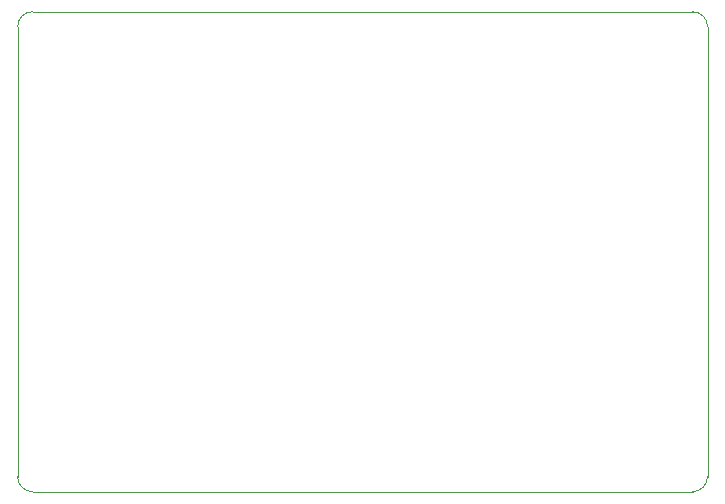
<source format=gbr>
%TF.GenerationSoftware,KiCad,Pcbnew,(5.1.9)-1*%
%TF.CreationDate,2021-02-10T10:56:46-05:00*%
%TF.ProjectId,DemodulatorCircuit,44656d6f-6475-46c6-9174-6f7243697263,rev?*%
%TF.SameCoordinates,Original*%
%TF.FileFunction,Profile,NP*%
%FSLAX46Y46*%
G04 Gerber Fmt 4.6, Leading zero omitted, Abs format (unit mm)*
G04 Created by KiCad (PCBNEW (5.1.9)-1) date 2021-02-10 10:56:46*
%MOMM*%
%LPD*%
G01*
G04 APERTURE LIST*
%TA.AperFunction,Profile*%
%ADD10C,0.050000*%
%TD*%
G04 APERTURE END LIST*
D10*
X34290000Y-66040000D02*
X90170000Y-66040000D01*
X33020000Y-26670000D02*
X33020000Y-64770000D01*
X90170000Y-25400000D02*
X34290000Y-25400000D01*
X91440000Y-64770000D02*
X91440000Y-26670000D01*
X90170000Y-25400000D02*
G75*
G02*
X91440000Y-26670000I0J-1270000D01*
G01*
X91440000Y-64770000D02*
G75*
G02*
X90170000Y-66040000I-1270000J0D01*
G01*
X34290000Y-66040000D02*
G75*
G02*
X33020000Y-64770000I0J1270000D01*
G01*
X33020000Y-26670000D02*
G75*
G02*
X34290000Y-25400000I1270000J0D01*
G01*
M02*

</source>
